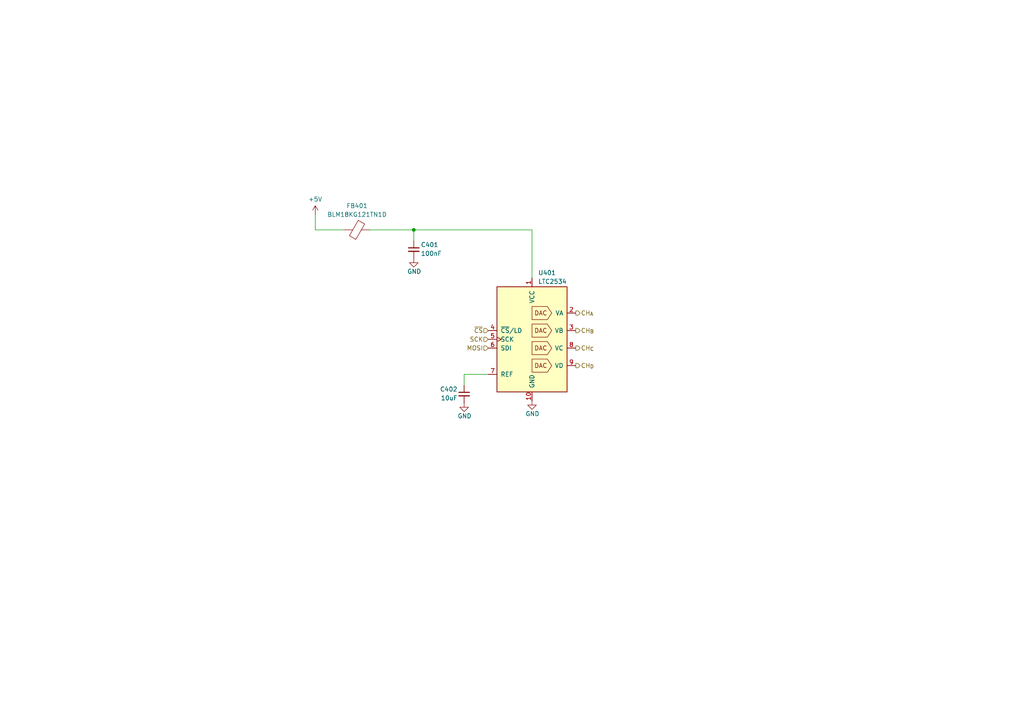
<source format=kicad_sch>
(kicad_sch (version 20231120) (generator "eeschema") (generator_version "8.0")
  (paper "A4")
  (title_block (title "${TITLE}") (date "2025-01-26") (rev "${REVISION}") (company "${LINK}") (comment 1 "${AUTHOR}"))
  (lib_symbols
    (symbol "Analog_DAC:LTC1446" (pin_names (offset 1.016))
      (property "Reference" "U401" (at 1.778 19.304 0))
      (property "Value" "LTC2534" (at 1.778 16.764 0))
      (property "MPN" "LTC2634CMSE-LZ12#PBF" (at 0.254 -27.94 0))
      (property "Digikey" "https://www.digikey.de/en/products/detail/analog-devices-inc/LTC2634CMSE-LZ12-PBF/2107574" (at 2.032 -30.48 0))
      (property "Price" "9.8" (at -0.254 -25.4 0))
      (symbol "LTC1446_0_0"
        (text "DAC" (at 2.54 -7.62 0) (effects (font (size 1.27 1.27))))
        (text "DAC" (at 2.54 -2.54 0) (effects (font (size 1.27 1.27))))
        (text "DAC" (at 2.54 2.54 0) (effects (font (size 1.27 1.27))))
        (text "DAC" (at 2.54 7.62 0) (effects (font (size 1.27 1.27))))
      )
      (symbol "LTC1446_0_1"
        (rectangle (start -10.16 15.24) (end 10.16 -15.24) (stroke (width 0.254)) (fill (type background)))
        (polyline (pts (xy 5.715 -7.62) (xy 4.445 -5.715) (xy 0 -5.715) (xy 0 -9.525) (xy 4.445 -9.525) (xy 5.715 -7.62)))
        (polyline (pts (xy 5.715 -2.54) (xy 4.445 -0.635) (xy 0 -0.635) (xy 0 -4.445) (xy 4.445 -4.445) (xy 5.715 -2.54)))
        (polyline (pts (xy 5.715 2.54) (xy 4.445 4.445) (xy 0 4.445) (xy 0 0.635) (xy 4.445 0.635) (xy 5.715 2.54)))
        (polyline (pts (xy 5.715 7.62) (xy 4.445 9.525) (xy 0 9.525) (xy 0 5.715) (xy 4.445 5.715) (xy 5.715 7.62)))
      )
      (symbol "LTC1446_1_1"
        (pin power_in line (at 0 17.78 270) (length 2.54) (name "VCC") (number "1"))
        (pin power_in line (at 0 -17.78 90) (length 2.54) (name "GND") (number "10"))
        (pin power_in line (at 0 -17.78 90) (length 2.54) hide (name "GND") (number "11"))
        (pin output line (at 12.7 7.62 180) (length 2.54) (name "VA") (number "2"))
        (pin output line (at 12.7 2.54 180) (length 2.54) (name "VB") (number "3"))
        (pin input line (at -12.7 2.54 0) (length 2.54) (name "~{CS}/LD") (number "4"))
        (pin input clock (at -12.7 0 0) (length 2.54) (name "SCK") (number "5"))
        (pin input line (at -12.7 -2.54 0) (length 2.54) (name "SDI") (number "6"))
        (pin output line (at -12.7 -10.16 0) (length 2.54) (name "REF") (number "7"))
        (pin output line (at 12.7 -2.54 180) (length 2.54) (name "VC") (number "8"))
        (pin output line (at 12.7 -7.62 180) (length 2.54) (name "VD") (number "9"))
      )
    )
    (symbol "Device:C_Small" (pin_numbers hide) (pin_names (offset 0.254) hide)
      (property "Reference" "C" (at 0.254 1.778 0))
      (property "Value" "C_Small" (at 0.254 -2.032 0))
      (symbol "C_Small_0_1"
        (polyline (pts (xy -1.524 -0.508) (xy 1.524 -0.508)) (stroke (width 0.3302)))
        (polyline (pts (xy -1.524 0.508) (xy 1.524 0.508)) (stroke (width 0.3048)))
      )
      (symbol "C_Small_1_1"
        (pin passive line (at 0 2.54 270) (length 2.032) (name "~") (number "1"))
        (pin passive line (at 0 -2.54 90) (length 2.032) (name "~") (number "2"))
      )
    )
    (symbol "Device:FerriteBead" (pin_numbers hide) (pin_names (offset 0))
      (property "Reference" "FB" (at -3.81 0.635 90))
      (property "Value" "FerriteBead" (at 3.81 0 90))
      (symbol "FerriteBead_0_1"
        (polyline (pts (xy 0 -1.27) (xy 0 -1.2192)))
        (polyline (pts (xy 0 1.27) (xy 0 1.2954)))
        (polyline (pts (xy -2.7686 0.4064) (xy -1.7018 2.2606) (xy 2.7686 -0.3048) (xy 1.6764 -2.159) (xy -2.7686 0.4064)))
      )
      (symbol "FerriteBead_1_1"
        (pin passive line (at 0 3.81 270) (length 2.54) (name "~") (number "1"))
        (pin passive line (at 0 -3.81 90) (length 2.54) (name "~") (number "2"))
      )
    )
    (symbol "power:+5V" (power) (pin_numbers hide) (pin_names (offset 0) hide)
      (property "Value" "+5V" (at 0 3.556 0))
      (symbol "+5V_0_1"
        (polyline (pts (xy -0.762 1.27) (xy 0 2.54)))
        (polyline (pts (xy 0 0) (xy 0 2.54)))
        (polyline (pts (xy 0 2.54) (xy 0.762 1.27)))
      )
      (symbol "+5V_1_1"
        (pin power_in line (at 0 0 90) (length 0) (name "~") (number "1"))
      )
    )
    (symbol "power:GND" (power) (pin_numbers hide) (pin_names (offset 0) hide)
      (property "Value" "GND" (at 0 -3.81 0))
      (symbol "GND_0_1"
        (polyline (pts (xy 0 0) (xy 0 -1.27) (xy 1.27 -1.27) (xy 0 -2.54) (xy -1.27 -1.27) (xy 0 -1.27)))
      )
      (symbol "GND_1_1"
        (pin power_in line (at 0 0 270) (length 0) (name "~") (number "1"))
      )
    )
  )
  (junction (at 120.015 66.675))
  (wire (pts (xy 154.305 66.675) (xy 120.015 66.675)))
  (wire (pts (xy 141.605 108.585) (xy 134.62 108.585)))
  (wire (pts (xy 91.44 62.23) (xy 91.44 66.675)))
  (wire (pts (xy 120.015 66.675) (xy 120.015 69.85)))
  (wire (pts (xy 120.015 66.675) (xy 107.315 66.675)))
  (wire (pts (xy 134.62 108.585) (xy 134.62 111.76)))
  (wire (pts (xy 154.305 80.645) (xy 154.305 66.675)))
  (wire (pts (xy 99.695 66.675) (xy 91.44 66.675)))
  (hierarchical_label "CH_{D}" (shape output) (at 167.005 106.045 0) (property "Netclass" "analogue" (effects (hide yes))))
  (hierarchical_label "~{CS}" (shape input) (at 141.605 95.885 180) (property "Netclass" "digital" (effects (hide yes))))
  (hierarchical_label "CH_{B}" (shape output) (at 167.005 95.885 0) (property "Netclass" "analogue" (effects (hide yes))))
  (hierarchical_label "MOSI" (shape input) (at 141.605 100.965 180) (property "Netclass" "digital" (effects (hide yes))))
  (hierarchical_label "SCK" (shape input) (at 141.605 98.425 180) (property "Netclass" "digital" (effects (hide yes))))
  (hierarchical_label "CH_{A}" (shape output) (at 167.005 90.805 0) (property "Netclass" "analogue" (effects (hide yes))))
  (hierarchical_label "CH_{C}" (shape output) (at 167.005 100.965 0) (property "Netclass" "analogue" (effects (hide yes))))
  (symbol (lib_id "power:GND") (at 134.62 116.84 0) (unit 1)
    (property "Reference" "#PWR0404" (effects (hide yes)))
    (property "Value" "GND" (at 134.747 120.65 0))
    (property "Description" "Power symbol creates a global label with name \"GND\" , ground" (effects (hide yes)))
  )
  (symbol (lib_id "Analog_DAC:LTC1446") (at 154.305 98.425 0) (unit 1)
    (property "Reference" "U401" (at 156.083 79.121 0) (effects (justify left)))
    (property "Value" "LTC2534" (at 156.083 81.661 0) (effects (justify left)))
    (property "Footprint" "Package_SO:MSOP-10-1EP_3x3mm_P0.5mm_EP1.68x1.88mm" (effects (hide yes)))
    (property "Datasheet" "https://www.analog.com/media/en/technical-documentation/data-sheets/ltc2634.pdf" (effects (hide yes)))
    (property "Description" "4-channel 12-bit rail-to-rail D/A converter with SPI interface and internal reference" (effects (hide yes)))
    (property "MPN" "LTC2634CMSE-LZ12#PBF" (effects (hide yes)))
    (property "Digikey" "https://www.digikey.de/en/products/detail/analog-devices-inc/LTC2634CMSE-LZ12-PBF/2107574" (effects (hide yes)))
    (property "Price" "9.8" (effects (hide yes)))
  )
  (symbol (lib_id "power:GND") (at 120.015 74.93 0) (unit 1)
    (property "Reference" "#PWR0402" (effects (hide yes)))
    (property "Value" "GND" (at 120.142 78.74 0))
    (property "Description" "Power symbol creates a global label with name \"GND\" , ground" (effects (hide yes)))
  )
  (symbol (lib_id "Device:C_Small") (at 134.62 114.3 0) (mirror y) (unit 1)
    (property "Reference" "C402" (at 132.715 112.903 0) (effects (justify left)))
    (property "Value" "10uF" (at 132.715 115.443 0) (effects (justify left)))
    (property "Footprint" "Capacitor_SMD:C_0603_1608Metric" (effects (hide yes)))
    (property "Datasheet" "https://calchip.com/wp-content/uploads/2023/09/GMC-Series-2.pdf" (effects (hide yes)))
    (property "Description" "10 µF ±20% 10V Ceramic Capacitor X5R 0603 (1608 Metric)" (effects (hide yes)))
    (property "MPN" "GMC10X5R106M10NT" (effects (hide yes)))
    (property "Digikey" "https://www.digikey.de/en/products/detail/cal-chip-electronics-inc/GMC10X5R106M10NT/18151101" (effects (hide yes)))
    (property "Price" "0.1" (effects (hide yes)))
  )
  (symbol (lib_id "Device:FerriteBead") (at 103.505 66.675 270) (unit 1)
    (property "Reference" "FB401" (at 103.5558 59.69 90))
    (property "Value" "BLM18KG121TN1D" (at 103.5558 62.23 90))
    (property "Footprint" "Inductor_SMD:L_0603_1608Metric" (effects (hide yes)))
    (property "Datasheet" "https://www.murata.com/products/productdata/8796738650142/ENFA0003.pdf" (effects (hide yes)))
    (property "Description" "120 Ohms @ 100 MHz 1 Power Line Ferrite Bead 0603 (1608 Metric) 3A 30mOhm" (effects (hide yes)))
    (property "MPN" "BLM18KG121TN1D" (effects (hide yes)))
    (property "Digikey" "https://www.digikey.de/en/products/detail/murata-electronics/BLM18KG121TN1D/1982762" (effects (hide yes)))
    (property "Price" "0.1" (effects (hide yes)))
  )
  (symbol (lib_id "power:+5V") (at 91.44 62.23 0) (unit 1)
    (property "Reference" "#PWR0403" (effects (hide yes)))
    (property "Value" "+5V" (at 91.44 57.785 0))
    (property "Description" "Power symbol creates a global label with name \"+5V\"" (effects (hide yes)))
  )
  (symbol (lib_id "power:GND") (at 154.305 116.205 0) (unit 1)
    (property "Reference" "#PWR0401" (effects (hide yes)))
    (property "Value" "GND" (at 154.432 120.015 0))
    (property "Description" "Power symbol creates a global label with name \"GND\" , ground" (effects (hide yes)))
  )
  (symbol (lib_id "Device:C_Small") (at 120.015 72.39 0) (unit 1)
    (property "Reference" "C401" (at 122.047 70.993 0) (effects (justify left)))
    (property "Value" "100nF" (at 122.047 73.533 0) (effects (justify left)))
    (property "Footprint" "Capacitor_SMD:C_0603_1608Metric" (effects (hide yes)))
    (property "Datasheet" "https://calchip.com/wp-content/uploads/2023/09/GMC-Series-2.pdf" (effects (hide yes)))
    (property "Description" "0.1 µF ±10% 50V Ceramic Capacitor X7R 0603 (1608 Metric)" (effects (hide yes)))
    (property "MPN" "GMC10X7R104K50NT" (effects (hide yes)))
    (property "Digikey" "https://www.digikey.de/en/products/detail/cal-chip-electronics-inc/GMC10X7R104K50NT/18151094" (effects (hide yes)))
    (property "Voltage" "6V" (effects (hide yes)))
    (property "Tolerance" "20%" (effects (hide yes)))
    (property "Price" "0.1" (effects (hide yes)))
  )
)
</source>
